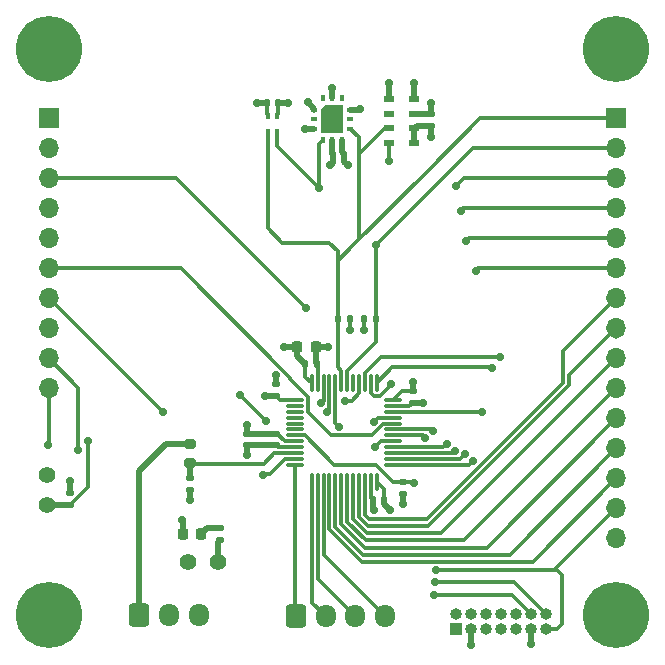
<source format=gbr>
%TF.GenerationSoftware,KiCad,Pcbnew,9.0.0*%
%TF.CreationDate,2025-02-22T18:12:42-05:00*%
%TF.ProjectId,SensorModuleBreakout,53656e73-6f72-44d6-9f64-756c65427265,rev?*%
%TF.SameCoordinates,Original*%
%TF.FileFunction,Copper,L1,Top*%
%TF.FilePolarity,Positive*%
%FSLAX46Y46*%
G04 Gerber Fmt 4.6, Leading zero omitted, Abs format (unit mm)*
G04 Created by KiCad (PCBNEW 9.0.0) date 2025-02-22 18:12:42*
%MOMM*%
%LPD*%
G01*
G04 APERTURE LIST*
G04 Aperture macros list*
%AMRoundRect*
0 Rectangle with rounded corners*
0 $1 Rounding radius*
0 $2 $3 $4 $5 $6 $7 $8 $9 X,Y pos of 4 corners*
0 Add a 4 corners polygon primitive as box body*
4,1,4,$2,$3,$4,$5,$6,$7,$8,$9,$2,$3,0*
0 Add four circle primitives for the rounded corners*
1,1,$1+$1,$2,$3*
1,1,$1+$1,$4,$5*
1,1,$1+$1,$6,$7*
1,1,$1+$1,$8,$9*
0 Add four rect primitives between the rounded corners*
20,1,$1+$1,$2,$3,$4,$5,0*
20,1,$1+$1,$4,$5,$6,$7,0*
20,1,$1+$1,$6,$7,$8,$9,0*
20,1,$1+$1,$8,$9,$2,$3,0*%
%AMFreePoly0*
4,1,14,0.903536,1.153536,0.905000,1.150000,0.905000,-1.150000,0.903536,-1.153536,0.900000,-1.155000,-0.900000,-1.155000,-0.903536,-1.153536,-0.905000,-1.150000,-0.905000,0.850000,-0.903536,0.853536,-0.603536,1.153536,-0.600000,1.155000,0.900000,1.155000,0.903536,1.153536,0.903536,1.153536,$1*%
G04 Aperture macros list end*
%TA.AperFunction,SMDPad,CuDef*%
%ADD10RoundRect,0.218750X-0.218750X-0.256250X0.218750X-0.256250X0.218750X0.256250X-0.218750X0.256250X0*%
%TD*%
%TA.AperFunction,SMDPad,CuDef*%
%ADD11R,0.950000X0.550000*%
%TD*%
%TA.AperFunction,ComponentPad*%
%ADD12RoundRect,0.250000X-0.600000X-0.725000X0.600000X-0.725000X0.600000X0.725000X-0.600000X0.725000X0*%
%TD*%
%TA.AperFunction,ComponentPad*%
%ADD13O,1.700000X1.950000*%
%TD*%
%TA.AperFunction,SMDPad,CuDef*%
%ADD14R,0.550000X0.300000*%
%TD*%
%TA.AperFunction,SMDPad,CuDef*%
%ADD15R,0.300000X0.550000*%
%TD*%
%TA.AperFunction,SMDPad,CuDef*%
%ADD16FreePoly0,0.000000*%
%TD*%
%TA.AperFunction,ComponentPad*%
%ADD17C,5.600000*%
%TD*%
%TA.AperFunction,SMDPad,CuDef*%
%ADD18RoundRect,0.075000X-0.662500X-0.075000X0.662500X-0.075000X0.662500X0.075000X-0.662500X0.075000X0*%
%TD*%
%TA.AperFunction,SMDPad,CuDef*%
%ADD19RoundRect,0.075000X-0.075000X-0.662500X0.075000X-0.662500X0.075000X0.662500X-0.075000X0.662500X0*%
%TD*%
%TA.AperFunction,SMDPad,CuDef*%
%ADD20RoundRect,0.135000X-0.185000X0.135000X-0.185000X-0.135000X0.185000X-0.135000X0.185000X0.135000X0*%
%TD*%
%TA.AperFunction,SMDPad,CuDef*%
%ADD21R,0.300000X0.500000*%
%TD*%
%TA.AperFunction,SMDPad,CuDef*%
%ADD22RoundRect,0.225000X-0.225000X-0.250000X0.225000X-0.250000X0.225000X0.250000X-0.225000X0.250000X0*%
%TD*%
%TA.AperFunction,SMDPad,CuDef*%
%ADD23RoundRect,0.140000X0.140000X0.170000X-0.140000X0.170000X-0.140000X-0.170000X0.140000X-0.170000X0*%
%TD*%
%TA.AperFunction,SMDPad,CuDef*%
%ADD24RoundRect,0.135000X-0.135000X-0.185000X0.135000X-0.185000X0.135000X0.185000X-0.135000X0.185000X0*%
%TD*%
%TA.AperFunction,SMDPad,CuDef*%
%ADD25RoundRect,0.140000X-0.170000X0.140000X-0.170000X-0.140000X0.170000X-0.140000X0.170000X0.140000X0*%
%TD*%
%TA.AperFunction,ComponentPad*%
%ADD26R,1.700000X1.700000*%
%TD*%
%TA.AperFunction,ComponentPad*%
%ADD27O,1.700000X1.700000*%
%TD*%
%TA.AperFunction,ComponentPad*%
%ADD28C,1.400000*%
%TD*%
%TA.AperFunction,SMDPad,CuDef*%
%ADD29RoundRect,0.135000X0.185000X-0.135000X0.185000X0.135000X-0.185000X0.135000X-0.185000X-0.135000X0*%
%TD*%
%TA.AperFunction,SMDPad,CuDef*%
%ADD30RoundRect,0.135000X0.135000X0.185000X-0.135000X0.185000X-0.135000X-0.185000X0.135000X-0.185000X0*%
%TD*%
%TA.AperFunction,SMDPad,CuDef*%
%ADD31RoundRect,0.200000X-0.275000X0.200000X-0.275000X-0.200000X0.275000X-0.200000X0.275000X0.200000X0*%
%TD*%
%TA.AperFunction,SMDPad,CuDef*%
%ADD32RoundRect,0.140000X-0.140000X-0.170000X0.140000X-0.170000X0.140000X0.170000X-0.140000X0.170000X0*%
%TD*%
%TA.AperFunction,SMDPad,CuDef*%
%ADD33RoundRect,0.140000X0.170000X-0.140000X0.170000X0.140000X-0.170000X0.140000X-0.170000X-0.140000X0*%
%TD*%
%TA.AperFunction,ComponentPad*%
%ADD34R,1.000000X1.000000*%
%TD*%
%TA.AperFunction,ComponentPad*%
%ADD35O,1.000000X1.000000*%
%TD*%
%TA.AperFunction,ViaPad*%
%ADD36C,0.700000*%
%TD*%
%TA.AperFunction,Conductor*%
%ADD37C,0.500000*%
%TD*%
%TA.AperFunction,Conductor*%
%ADD38C,0.300000*%
%TD*%
%TA.AperFunction,Conductor*%
%ADD39C,0.200000*%
%TD*%
G04 APERTURE END LIST*
D10*
%TO.P,D1,2,A*%
%TO.N,Net-(D1-A)*%
X118900000Y-97100000D03*
%TO.P,D1,1,K*%
%TO.N,GND*%
X117325000Y-97100000D03*
%TD*%
D11*
%TO.P,U5,1,VDD*%
%TO.N,+3V3*%
X136950000Y-64000000D03*
%TO.P,U5,2,PS*%
X136950000Y-62750000D03*
%TO.P,U5,3,GND*%
%TO.N,GND*%
X136950000Y-61500000D03*
%TO.P,U5,4,CSB*%
X136950000Y-60250000D03*
%TO.P,U5,5,CSB*%
X134800000Y-60250000D03*
%TO.P,U5,6,SDO*%
%TO.N,unconnected-(U5-SDO-Pad6)*%
X134800000Y-61500000D03*
%TO.P,U5,7,SDI/SDA*%
%TO.N,SDA*%
X134800000Y-62750000D03*
%TO.P,U5,8,SCLK*%
%TO.N,SCL*%
X134800000Y-64000000D03*
%TD*%
D12*
%TO.P,J5,1,Pin_1*%
%TO.N,CC_TX*%
X126920000Y-104075000D03*
D13*
%TO.P,J5,2,Pin_2*%
%TO.N,CC_RX*%
X129420000Y-104075000D03*
%TO.P,J5,3,Pin_3*%
%TO.N,CC_WKE*%
X131920000Y-104075000D03*
%TO.P,J5,4,Pin_4*%
%TO.N,CC_RDY*%
X134420000Y-104075000D03*
%TD*%
D14*
%TO.P,U3,1,VSS*%
%TO.N,GND*%
X128475000Y-61200000D03*
%TO.P,U3,2,RESERVED*%
%TO.N,unconnected-(U3-RESERVED-Pad2)*%
X128475000Y-62000000D03*
%TO.P,U3,3,ADDR*%
%TO.N,GND*%
X128475000Y-62800000D03*
D15*
%TO.P,U3,4,SCL*%
%TO.N,SCL*%
X129200000Y-63775000D03*
%TO.P,U3,5,VSS__1*%
%TO.N,GND*%
X130000000Y-63775000D03*
%TO.P,U3,6,VDD*%
%TO.N,+3V3*%
X130800000Y-63775000D03*
D14*
%TO.P,U3,7,SDA*%
%TO.N,SDA*%
X131525000Y-62800000D03*
%TO.P,U3,8,RESERVED__1*%
%TO.N,unconnected-(U3-RESERVED__1-Pad8)*%
X131525000Y-62000000D03*
%TO.P,U3,9,VSS__2*%
%TO.N,GND*%
X131525000Y-61200000D03*
D15*
%TO.P,U3,10,RESERVED__2*%
%TO.N,unconnected-(U3-RESERVED__2-Pad10)*%
X130800000Y-60225000D03*
%TO.P,U3,11,VSS__3*%
%TO.N,GND*%
X130000000Y-60225000D03*
%TO.P,U3,12,RESERVED__3*%
%TO.N,unconnected-(U3-RESERVED__3-Pad12)*%
X129200000Y-60225000D03*
D16*
%TO.P,U3,13,EXP*%
%TO.N,GND*%
X130000000Y-62000000D03*
%TD*%
D17*
%TO.P,H2,1,1*%
%TO.N,GND*%
X154000000Y-56000000D03*
%TD*%
D18*
%TO.P,U1,1,VBAT*%
%TO.N,+3V3*%
X126837500Y-85750000D03*
%TO.P,U1,2,PC13*%
%TO.N,unconnected-(U1-PC13-Pad2)*%
X126837500Y-86250000D03*
%TO.P,U1,3,PC14*%
%TO.N,unconnected-(U1-PC14-Pad3)*%
X126837500Y-86750000D03*
%TO.P,U1,4,PC15*%
%TO.N,unconnected-(U1-PC15-Pad4)*%
X126837500Y-87250000D03*
%TO.P,U1,5,PF0*%
%TO.N,unconnected-(U1-PF0-Pad5)*%
X126837500Y-87750000D03*
%TO.P,U1,6,PF1*%
%TO.N,unconnected-(U1-PF1-Pad6)*%
X126837500Y-88250000D03*
%TO.P,U1,7,PF2*%
%TO.N,NRST*%
X126837500Y-88750000D03*
%TO.P,U1,8,VSSA*%
%TO.N,GND*%
X126837500Y-89250000D03*
%TO.P,U1,9,VDDA*%
%TO.N,+3V3*%
X126837500Y-89750000D03*
%TO.P,U1,10,PA0*%
%TO.N,Net-(U1-PA0)*%
X126837500Y-90250000D03*
%TO.P,U1,11,PA1*%
%TO.N,PA1*%
X126837500Y-90750000D03*
%TO.P,U1,12,PA2*%
%TO.N,CC_TX*%
X126837500Y-91250000D03*
D19*
%TO.P,U1,13,PA3*%
%TO.N,CC_RX*%
X128250000Y-92662500D03*
%TO.P,U1,14,PA4*%
%TO.N,CC_WKE*%
X128750000Y-92662500D03*
%TO.P,U1,15,PA5*%
%TO.N,CC_RDY*%
X129250000Y-92662500D03*
%TO.P,U1,16,PA6*%
%TO.N,PA6*%
X129750000Y-92662500D03*
%TO.P,U1,17,PA7*%
%TO.N,PA7*%
X130250000Y-92662500D03*
%TO.P,U1,18,PB0*%
%TO.N,PB0*%
X130750000Y-92662500D03*
%TO.P,U1,19,PB1*%
%TO.N,PB1*%
X131250000Y-92662500D03*
%TO.P,U1,20,PB2*%
%TO.N,PB2*%
X131750000Y-92662500D03*
%TO.P,U1,21,PB10*%
%TO.N,PB10*%
X132250000Y-92662500D03*
%TO.P,U1,22,PB11*%
%TO.N,PB11*%
X132750000Y-92662500D03*
%TO.P,U1,23,VSS*%
%TO.N,GND*%
X133250000Y-92662500D03*
%TO.P,U1,24,VDD*%
%TO.N,+3V3*%
X133750000Y-92662500D03*
D18*
%TO.P,U1,25,PB12*%
%TO.N,PB12*%
X135162500Y-91250000D03*
%TO.P,U1,26,PB13*%
%TO.N,PB13*%
X135162500Y-90750000D03*
%TO.P,U1,27,PB14*%
%TO.N,PB14*%
X135162500Y-90250000D03*
%TO.P,U1,28,PB15*%
%TO.N,PB15*%
X135162500Y-89750000D03*
%TO.P,U1,29,PA8*%
%TO.N,PA8*%
X135162500Y-89250000D03*
%TO.P,U1,30,PA9*%
%TO.N,VCP_TX*%
X135162500Y-88750000D03*
%TO.P,U1,31,PA10*%
%TO.N,VCP_RX*%
X135162500Y-88250000D03*
%TO.P,U1,32,PA11*%
%TO.N,PA11*%
X135162500Y-87750000D03*
%TO.P,U1,33,PA12*%
%TO.N,PA12*%
X135162500Y-87250000D03*
%TO.P,U1,34,PA13*%
%TO.N,JTMS{slash}SWDIO*%
X135162500Y-86750000D03*
%TO.P,U1,35,VSS*%
%TO.N,GND*%
X135162500Y-86250000D03*
%TO.P,U1,36,VDD*%
%TO.N,+3V3*%
X135162500Y-85750000D03*
D19*
%TO.P,U1,37,PA14*%
%TO.N,JTCK_SWCLK*%
X133750000Y-84337500D03*
%TO.P,U1,38,PA15*%
%TO.N,PA15*%
X133250000Y-84337500D03*
%TO.P,U1,39,PB3*%
%TO.N,JTDO{slash}SWO*%
X132750000Y-84337500D03*
%TO.P,U1,40,PB4*%
%TO.N,PB4*%
X132250000Y-84337500D03*
%TO.P,U1,41,PB5*%
%TO.N,unconnected-(U1-PB5-Pad41)*%
X131750000Y-84337500D03*
%TO.P,U1,42,PB6*%
%TO.N,SCL*%
X131250000Y-84337500D03*
%TO.P,U1,43,PB7*%
%TO.N,SDA*%
X130750000Y-84337500D03*
%TO.P,U1,44,PF3*%
%TO.N,/BOOT0*%
X130250000Y-84337500D03*
%TO.P,U1,45,PB8*%
%TO.N,PB8*%
X129750000Y-84337500D03*
%TO.P,U1,46,PB9*%
%TO.N,PB9*%
X129250000Y-84337500D03*
%TO.P,U1,47,VSS*%
%TO.N,GND*%
X128750000Y-84337500D03*
%TO.P,U1,48,VDD*%
%TO.N,+3V3*%
X128250000Y-84337500D03*
%TD*%
D20*
%TO.P,R6,1*%
%TO.N,Net-(D1-A)*%
X120500000Y-96590000D03*
%TO.P,R6,2*%
%TO.N,Net-(JP2-A)*%
X120500000Y-97610000D03*
%TD*%
D21*
%TO.P,U2,1,SDA*%
%TO.N,SDA*%
X124525000Y-63100000D03*
%TO.P,U2,2,SCL*%
%TO.N,SCL*%
X125325000Y-63100000D03*
%TO.P,U2,3,VDD*%
%TO.N,+3V3*%
X125325000Y-61700000D03*
%TO.P,U2,4,VSS*%
%TO.N,GND*%
X124525000Y-61700000D03*
%TD*%
D22*
%TO.P,C1,1*%
%TO.N,+3V3*%
X127025000Y-81300000D03*
%TO.P,C1,2*%
%TO.N,GND*%
X128575000Y-81300000D03*
%TD*%
D17*
%TO.P,H3,1,1*%
%TO.N,GND*%
X106000000Y-104000000D03*
%TD*%
D23*
%TO.P,C4,1*%
%TO.N,+3V3*%
X134380000Y-94250000D03*
%TO.P,C4,2*%
%TO.N,GND*%
X133420000Y-94250000D03*
%TD*%
D24*
%TO.P,R2,1*%
%TO.N,+3V3*%
X132650000Y-78900000D03*
%TO.P,R2,2*%
%TO.N,SCL*%
X133670000Y-78900000D03*
%TD*%
D20*
%TO.P,R5,1*%
%TO.N,Net-(U1-PA0)*%
X117950000Y-92390000D03*
%TO.P,R5,2*%
%TO.N,GND*%
X117950000Y-93410000D03*
%TD*%
D25*
%TO.P,C12,1*%
%TO.N,NRST*%
X135950000Y-92720000D03*
%TO.P,C12,2*%
%TO.N,GND*%
X135950000Y-93680000D03*
%TD*%
D26*
%TO.P,J2,1,Pin_1*%
%TO.N,+3V3*%
X106000000Y-61920000D03*
D27*
%TO.P,J2,2,Pin_2*%
%TO.N,GND*%
X106000000Y-64460000D03*
%TO.P,J2,3,Pin_3*%
%TO.N,PB4*%
X106000000Y-67000000D03*
%TO.P,J2,4,Pin_4*%
%TO.N,PA15*%
X106000000Y-69540000D03*
%TO.P,J2,5,Pin_5*%
%TO.N,PA12*%
X106000000Y-72080000D03*
%TO.P,J2,6,Pin_6*%
%TO.N,PA11*%
X106000000Y-74620000D03*
%TO.P,J2,7,Pin_7*%
%TO.N,PB8*%
X106000000Y-77160000D03*
%TO.P,J2,8,Pin_8*%
%TO.N,PB9*%
X106000000Y-79700000D03*
%TO.P,J2,9,Pin_9*%
%TO.N,PA8*%
X106000000Y-82240000D03*
%TO.P,J2,10,Pin_10*%
%TO.N,PA1*%
X106000000Y-84780000D03*
%TD*%
D28*
%TO.P,JP2,1,A*%
%TO.N,Net-(JP2-A)*%
X120350000Y-99500000D03*
%TO.P,JP2,2,B*%
%TO.N,+3V3*%
X117810000Y-99500000D03*
%TD*%
D17*
%TO.P,H4,1,1*%
%TO.N,GND*%
X154000000Y-104000000D03*
%TD*%
D29*
%TO.P,R1,1*%
%TO.N,/BOOT0*%
X107800000Y-94660000D03*
%TO.P,R1,2*%
%TO.N,GND*%
X107800000Y-93640000D03*
%TD*%
D30*
%TO.P,R3,1*%
%TO.N,+3V3*%
X131470000Y-78900000D03*
%TO.P,R3,2*%
%TO.N,SDA*%
X130450000Y-78900000D03*
%TD*%
D31*
%TO.P,R4,1*%
%TO.N,VBAT*%
X117950000Y-89475000D03*
%TO.P,R4,2*%
%TO.N,Net-(U1-PA0)*%
X117950000Y-91125000D03*
%TD*%
D17*
%TO.P,H1,1,1*%
%TO.N,GND*%
X106000000Y-56000000D03*
%TD*%
D32*
%TO.P,C2,1*%
%TO.N,+3V3*%
X127720000Y-82700000D03*
%TO.P,C2,2*%
%TO.N,GND*%
X128680000Y-82700000D03*
%TD*%
D33*
%TO.P,C8,1*%
%TO.N,+3V3*%
X122800000Y-89580000D03*
%TO.P,C8,2*%
%TO.N,GND*%
X122800000Y-88620000D03*
%TD*%
D23*
%TO.P,C10,1*%
%TO.N,+3V3*%
X131005000Y-65000000D03*
%TO.P,C10,2*%
%TO.N,GND*%
X130045000Y-65000000D03*
%TD*%
D34*
%TO.P,STLink,1,NC*%
%TO.N,unconnected-(J1-NC-Pad1)*%
X140430000Y-105150000D03*
D35*
%TO.P,STLink,2,NC*%
%TO.N,unconnected-(J1-NC-Pad2)*%
X140430000Y-103880000D03*
%TO.P,STLink,3,VCC*%
%TO.N,+3V3*%
X141700000Y-105150000D03*
%TO.P,STLink,4,JTMS/SWDIO*%
%TO.N,JTMS{slash}SWDIO*%
X141700000Y-103880000D03*
%TO.P,STLink,5,GND*%
%TO.N,GND*%
X142970000Y-105150000D03*
%TO.P,STLink,6,JCLK/SWCLK*%
%TO.N,JTCK_SWCLK*%
X142970000Y-103880000D03*
%TO.P,STLink,7,GND*%
%TO.N,GND*%
X144240000Y-105150000D03*
%TO.P,STLink,8,JTDO/SWO*%
%TO.N,JTDO{slash}SWO*%
X144240000Y-103880000D03*
%TO.P,STLink,9,JRCLK/NC*%
%TO.N,unconnected-(J1-JRCLK{slash}NC-Pad9)*%
X145510000Y-105150000D03*
%TO.P,STLink,10,JTDI/NC*%
%TO.N,unconnected-(J1-JTDI{slash}NC-Pad10)*%
X145510000Y-103880000D03*
%TO.P,STLink,11,GNDDetect*%
%TO.N,GND*%
X146780000Y-105150000D03*
%TO.P,STLink,12,~{RST}*%
%TO.N,NRST*%
X146780000Y-103880000D03*
%TO.P,STLink,13,VCP_RX*%
%TO.N,VCP_RX*%
X148050000Y-105150000D03*
%TO.P,STLink,14,VCP_TX*%
%TO.N,VCP_TX*%
X148050000Y-103880000D03*
%TD*%
D26*
%TO.P,J3,1,Pin_1*%
%TO.N,SDA*%
X154000000Y-61920000D03*
D27*
%TO.P,J3,2,Pin_2*%
%TO.N,SCL*%
X154000000Y-64460000D03*
%TO.P,J3,3,Pin_3*%
%TO.N,PB15*%
X154000000Y-67000000D03*
%TO.P,J3,4,Pin_4*%
%TO.N,PB14*%
X154000000Y-69540000D03*
%TO.P,J3,5,Pin_5*%
%TO.N,PB13*%
X154000000Y-72080000D03*
%TO.P,J3,6,Pin_6*%
%TO.N,PB12*%
X154000000Y-74620000D03*
%TO.P,J3,7,Pin_7*%
%TO.N,PB11*%
X154000000Y-77160000D03*
%TO.P,J3,8,Pin_8*%
%TO.N,PB10*%
X154000000Y-79700000D03*
%TO.P,J3,9,Pin_9*%
%TO.N,PB2*%
X154000000Y-82240000D03*
%TO.P,J3,10,Pin_10*%
%TO.N,PB1*%
X154000000Y-84780000D03*
%TO.P,J3,11,Pin_11*%
%TO.N,PB0*%
X154000000Y-87320000D03*
%TO.P,J3,12,Pin_12*%
%TO.N,PA7*%
X154000000Y-89860000D03*
%TO.P,J3,13,Pin_13*%
%TO.N,PA6*%
X154000000Y-92400000D03*
%TO.P,J3,14,Pin_14*%
%TO.N,VCP_RX*%
X154000000Y-94940000D03*
%TO.P,J3,15,Pin_15*%
%TO.N,VCP_TX*%
X154000000Y-97480000D03*
%TD*%
D12*
%TO.P,J4,1,Pin_1*%
%TO.N,VBAT*%
X113670000Y-104000000D03*
D13*
%TO.P,J4,2,Pin_2*%
%TO.N,GND*%
X116170000Y-104000000D03*
%TO.P,J4,3,Pin_3*%
%TO.N,+3V3*%
X118670000Y-104000000D03*
%TD*%
D28*
%TO.P,JP1,1,A*%
%TO.N,+3V3*%
X105850000Y-92100000D03*
%TO.P,JP1,2,B*%
%TO.N,/BOOT0*%
X105850000Y-94640000D03*
%TD*%
D25*
%TO.P,C3,1*%
%TO.N,+3V3*%
X136800000Y-85020000D03*
%TO.P,C3,2*%
%TO.N,GND*%
X136800000Y-85980000D03*
%TD*%
D33*
%TO.P,C7,1*%
%TO.N,+3V3*%
X124000000Y-89580000D03*
%TO.P,C7,2*%
%TO.N,GND*%
X124000000Y-88620000D03*
%TD*%
%TO.P,C11,1*%
%TO.N,+3V3*%
X138325000Y-62527500D03*
%TO.P,C11,2*%
%TO.N,GND*%
X138325000Y-61567500D03*
%TD*%
%TO.P,C6,1*%
%TO.N,+3V3*%
X125200000Y-89580000D03*
%TO.P,C6,2*%
%TO.N,GND*%
X125200000Y-88620000D03*
%TD*%
%TO.P,C5,1*%
%TO.N,+3V3*%
X125200000Y-85380000D03*
%TO.P,C5,2*%
%TO.N,GND*%
X125200000Y-84420000D03*
%TD*%
D23*
%TO.P,C9,1*%
%TO.N,+3V3*%
X125405000Y-60600000D03*
%TO.P,C9,2*%
%TO.N,GND*%
X124445000Y-60600000D03*
%TD*%
D36*
%TO.N,GND*%
X134800000Y-58950000D03*
X136950000Y-58900000D03*
X138350000Y-60650000D03*
%TO.N,+3V3*%
X138350000Y-63500000D03*
%TO.N,SCL*%
X134800000Y-65550000D03*
X133700000Y-72650000D03*
X128900000Y-67800000D03*
%TO.N,PB4*%
X127750000Y-77950000D03*
%TO.N,+3V3*%
X126250000Y-60600000D03*
%TO.N,GND*%
X127900000Y-60550000D03*
X117300000Y-95900000D03*
%TO.N,+3V3*%
X134850000Y-95050000D03*
X136800000Y-84200000D03*
X124300000Y-85400000D03*
X131300000Y-65900000D03*
X131500000Y-79850000D03*
X141700000Y-106500000D03*
X122800000Y-90450000D03*
X125900000Y-81300000D03*
X132650000Y-79800000D03*
%TO.N,GND*%
X130000000Y-62000000D03*
X137650000Y-86000000D03*
X133550000Y-95050000D03*
X129800000Y-65900000D03*
X125200000Y-83600000D03*
X146800000Y-106400000D03*
X123600000Y-60600000D03*
X122800000Y-87850000D03*
X135950000Y-94550000D03*
X117950000Y-94250000D03*
X130000000Y-59300000D03*
X127650000Y-62800000D03*
X132350000Y-61150000D03*
X107800000Y-92600000D03*
X129650000Y-81300000D03*
%TO.N,VCP_TX*%
X137850000Y-88950000D03*
X138700000Y-101200000D03*
%TO.N,JTDO{slash}SWO*%
X144200000Y-82150000D03*
%TO.N,JTCK_SWCLK*%
X143500000Y-83050000D03*
%TO.N,JTMS{slash}SWDIO*%
X142700000Y-86750000D03*
%TO.N,NRST*%
X138600000Y-102300000D03*
X136950000Y-92800000D03*
%TO.N,VCP_RX*%
X138513440Y-88341846D03*
X138750000Y-100150000D03*
%TO.N,PA15*%
X135000000Y-84400000D03*
%TO.N,PB15*%
X140500000Y-67650000D03*
X139700000Y-89450000D03*
%TO.N,PB13*%
X141221166Y-90369362D03*
X141350000Y-72300000D03*
%TO.N,PB14*%
X140850000Y-69750000D03*
X140387049Y-90031350D03*
%TO.N,PB12*%
X141905106Y-90954367D03*
X142150000Y-74800000D03*
%TO.N,PA8*%
X133600000Y-89750000D03*
X108500000Y-90000000D03*
%TO.N,PA12*%
X122150000Y-85300000D03*
X124400000Y-87550000D03*
X133490965Y-87590965D03*
%TO.N,PB9*%
X129050000Y-86000000D03*
%TO.N,PB8*%
X115650000Y-86800000D03*
X129533189Y-86759297D03*
%TO.N,PA1*%
X124150000Y-92100000D03*
X105950000Y-89550000D03*
%TO.N,PB4*%
X131050000Y-85800000D03*
%TO.N,/BOOT0*%
X130600000Y-88050000D03*
X109350000Y-89250000D03*
%TD*%
D37*
%TO.N,GND*%
X134800000Y-60250000D02*
X134800000Y-58950000D01*
X136950000Y-60250000D02*
X136950000Y-58900000D01*
X138325000Y-60675000D02*
X138350000Y-60650000D01*
X138325000Y-61567500D02*
X138325000Y-60675000D01*
%TO.N,+3V3*%
X138325000Y-63475000D02*
X138350000Y-63500000D01*
X138325000Y-62527500D02*
X138325000Y-63475000D01*
X136950000Y-62750000D02*
X136950000Y-64000000D01*
X137172500Y-62527500D02*
X136950000Y-62750000D01*
X138325000Y-62527500D02*
X137172500Y-62527500D01*
%TO.N,GND*%
X137017500Y-61567500D02*
X136950000Y-61500000D01*
X138325000Y-61567500D02*
X137017500Y-61567500D01*
D38*
%TO.N,SCL*%
X134800000Y-65550000D02*
X134800000Y-64000000D01*
%TO.N,SDA*%
X134450000Y-62750000D02*
X134800000Y-62750000D01*
X132250000Y-64950000D02*
X134450000Y-62750000D01*
X132250000Y-64950000D02*
X132250000Y-63525000D01*
%TO.N,SCL*%
X154000000Y-64460000D02*
X141890000Y-64460000D01*
X141890000Y-64460000D02*
X133700000Y-72650000D01*
X125325000Y-64225000D02*
X128900000Y-67800000D01*
X125325000Y-63100000D02*
X125325000Y-64225000D01*
X128900000Y-64075000D02*
X129200000Y-63775000D01*
X128900000Y-67800000D02*
X128900000Y-64075000D01*
X133670000Y-72680000D02*
X133700000Y-72650000D01*
X133670000Y-78900000D02*
X133670000Y-72680000D01*
%TO.N,SDA*%
X132250000Y-63525000D02*
X131525000Y-62800000D01*
X132250000Y-72150000D02*
X132250000Y-64950000D01*
X131675000Y-72725000D02*
X132250000Y-72150000D01*
X131675000Y-72725000D02*
X130450000Y-73950000D01*
X130450000Y-73950000D02*
X130450000Y-74800000D01*
X138075000Y-66325000D02*
X131675000Y-72725000D01*
X130450000Y-74800000D02*
X130450000Y-73150000D01*
%TO.N,PB4*%
X116800000Y-67000000D02*
X106000000Y-67000000D01*
X127750000Y-77950000D02*
X116800000Y-67000000D01*
%TO.N,GND*%
X124445000Y-61506454D02*
X124525000Y-61586454D01*
X124445000Y-60600000D02*
X124445000Y-61506454D01*
%TO.N,+3V3*%
X125405000Y-61506454D02*
X125325000Y-61586454D01*
X125405000Y-60600000D02*
X125405000Y-61506454D01*
D37*
X125405000Y-60600000D02*
X126250000Y-60600000D01*
X130800000Y-64795000D02*
X131005000Y-65000000D01*
X130800000Y-63775000D02*
X130800000Y-64795000D01*
%TO.N,GND*%
X130000000Y-64955000D02*
X130045000Y-65000000D01*
X130000000Y-63775000D02*
X130000000Y-64955000D01*
X128475000Y-62800000D02*
X127650000Y-62800000D01*
X132300000Y-61200000D02*
X132350000Y-61150000D01*
X131525000Y-61200000D02*
X132300000Y-61200000D01*
X130000000Y-60225000D02*
X130000000Y-59300000D01*
X128475000Y-61125000D02*
X127900000Y-60550000D01*
X128475000Y-61200000D02*
X128475000Y-61125000D01*
X117325000Y-95925000D02*
X117300000Y-95900000D01*
X117325000Y-97100000D02*
X117325000Y-95925000D01*
%TO.N,Net-(D1-A)*%
X119410000Y-96590000D02*
X118900000Y-97100000D01*
X120500000Y-96590000D02*
X119410000Y-96590000D01*
D38*
%TO.N,SDA*%
X142480000Y-61920000D02*
X138075000Y-66325000D01*
X154000000Y-61920000D02*
X142480000Y-61920000D01*
D37*
%TO.N,+3V3*%
X131005000Y-65000000D02*
X131005000Y-65605000D01*
D38*
X134380000Y-93292500D02*
X134380000Y-94250000D01*
X133750000Y-92662500D02*
X134380000Y-93292500D01*
D37*
X136800000Y-85020000D02*
X136800000Y-84200000D01*
D38*
X132650000Y-78900000D02*
X132650000Y-79800000D01*
X125200000Y-89580000D02*
X125370000Y-89750000D01*
D37*
X127025000Y-82005000D02*
X127720000Y-82700000D01*
D38*
X125570000Y-85750000D02*
X125200000Y-85380000D01*
D37*
X131005000Y-65605000D02*
X131300000Y-65900000D01*
X125200000Y-89580000D02*
X124000000Y-89580000D01*
X134380000Y-94250000D02*
X134380000Y-94580000D01*
X127025000Y-81300000D02*
X125900000Y-81300000D01*
D38*
X131470000Y-78900000D02*
X131470000Y-79820000D01*
D37*
X134380000Y-94580000D02*
X134850000Y-95050000D01*
D38*
X128250000Y-84337500D02*
X127720000Y-83807500D01*
X135162500Y-85750000D02*
X135892500Y-85020000D01*
X125370000Y-89750000D02*
X126837500Y-89750000D01*
X126837500Y-85750000D02*
X125570000Y-85750000D01*
D37*
X127025000Y-81300000D02*
X127025000Y-82005000D01*
D38*
X135892500Y-85020000D02*
X136800000Y-85020000D01*
D37*
X122800000Y-89580000D02*
X122800000Y-90450000D01*
D38*
X127720000Y-83807500D02*
X127720000Y-82700000D01*
X131470000Y-79820000D02*
X131500000Y-79850000D01*
D37*
X141700000Y-105150000D02*
X141700000Y-106500000D01*
X124000000Y-89580000D02*
X122800000Y-89580000D01*
X124320000Y-85380000D02*
X124300000Y-85400000D01*
X125200000Y-85380000D02*
X124320000Y-85380000D01*
D38*
%TO.N,GND*%
X128680000Y-82700000D02*
X128750000Y-82770000D01*
D37*
X130045000Y-65655000D02*
X129800000Y-65900000D01*
D38*
X133250000Y-92662500D02*
X133250000Y-94080000D01*
D37*
X133420000Y-94920000D02*
X133550000Y-95050000D01*
D38*
X125950000Y-89250000D02*
X126837500Y-89250000D01*
D37*
X117950000Y-93410000D02*
X117950000Y-94250000D01*
X128575000Y-81300000D02*
X129650000Y-81300000D01*
X136800000Y-85980000D02*
X137630000Y-85980000D01*
X133420000Y-94250000D02*
X133420000Y-94920000D01*
D38*
X136530000Y-86250000D02*
X136800000Y-85980000D01*
D37*
X128575000Y-82595000D02*
X128680000Y-82700000D01*
D38*
X133250000Y-94080000D02*
X133420000Y-94250000D01*
D37*
X137630000Y-85980000D02*
X137650000Y-86000000D01*
X122800000Y-88620000D02*
X124000000Y-88620000D01*
D38*
X125200000Y-88620000D02*
X125320000Y-88620000D01*
D37*
X107800000Y-93640000D02*
X107800000Y-92600000D01*
D38*
X135162500Y-86250000D02*
X136530000Y-86250000D01*
X125320000Y-88620000D02*
X125950000Y-89250000D01*
D37*
X135950000Y-93680000D02*
X135950000Y-94550000D01*
X128575000Y-81300000D02*
X128575000Y-82595000D01*
X124000000Y-88620000D02*
X125200000Y-88620000D01*
X122800000Y-88620000D02*
X122800000Y-87850000D01*
X125200000Y-84420000D02*
X125200000Y-83600000D01*
X130045000Y-65000000D02*
X130045000Y-65655000D01*
D38*
X128750000Y-82770000D02*
X128750000Y-84337500D01*
D37*
X146780000Y-105150000D02*
X146780000Y-106380000D01*
X146780000Y-106380000D02*
X146800000Y-106400000D01*
%TO.N,VBAT*%
X113670000Y-104000000D02*
X113670000Y-91730000D01*
X113670000Y-91730000D02*
X115925000Y-89475000D01*
X115925000Y-89475000D02*
X117950000Y-89475000D01*
D38*
%TO.N,VCP_TX*%
X138700000Y-101200000D02*
X145370000Y-101200000D01*
X145370000Y-101200000D02*
X148050000Y-103880000D01*
X135162500Y-88750000D02*
X137650000Y-88750000D01*
X137650000Y-88750000D02*
X137850000Y-88950000D01*
%TO.N,JTDO{slash}SWO*%
X132750000Y-83496880D02*
X132750000Y-84337500D01*
X144250000Y-103870000D02*
X144240000Y-103880000D01*
X134146880Y-82100000D02*
X132750000Y-83496880D01*
X144150000Y-82100000D02*
X144200000Y-82150000D01*
X134146880Y-82100000D02*
X144150000Y-82100000D01*
%TO.N,JTCK_SWCLK*%
X135087500Y-83000000D02*
X143450000Y-83000000D01*
X135087500Y-83000000D02*
X133750000Y-84337500D01*
X143000000Y-103850000D02*
X142970000Y-103880000D01*
X143450000Y-83000000D02*
X143500000Y-83050000D01*
%TO.N,JTMS{slash}SWDIO*%
X139350000Y-86750000D02*
X142700000Y-86750000D01*
X139350000Y-86750000D02*
X135162500Y-86750000D01*
%TO.N,NRST*%
X126837500Y-88750000D02*
X127678120Y-88750000D01*
X135148120Y-92720000D02*
X135950000Y-92720000D01*
X136870000Y-92720000D02*
X136950000Y-92800000D01*
X138600000Y-102300000D02*
X145200000Y-102300000D01*
X133678120Y-91250000D02*
X135148120Y-92720000D01*
X130178120Y-91250000D02*
X133678120Y-91250000D01*
X145200000Y-102300000D02*
X146780000Y-103880000D01*
X135950000Y-92720000D02*
X136870000Y-92720000D01*
X127678120Y-88750000D02*
X130178120Y-91250000D01*
%TO.N,VCP_RX*%
X149450000Y-104700000D02*
X149000000Y-105150000D01*
X138750000Y-100150000D02*
X148790000Y-100150000D01*
X148790000Y-100150000D02*
X149000000Y-100150000D01*
X138421594Y-88250000D02*
X138513440Y-88341846D01*
X135162500Y-88250000D02*
X138421594Y-88250000D01*
X149450000Y-100600000D02*
X149450000Y-104700000D01*
X149000000Y-105150000D02*
X148050000Y-105150000D01*
X149000000Y-100150000D02*
X149450000Y-100600000D01*
X148790000Y-100150000D02*
X154000000Y-94940000D01*
D39*
%TO.N,SCL*%
X125325000Y-63200000D02*
X125325000Y-63100000D01*
D38*
X131250000Y-83289774D02*
X133670000Y-80869774D01*
X133670000Y-80869774D02*
X133670000Y-78900000D01*
X131250000Y-84337500D02*
X131250000Y-83289774D01*
%TO.N,SDA*%
X130750000Y-84337500D02*
X130750000Y-83300000D01*
X129750000Y-72450000D02*
X125750000Y-72450000D01*
X130450000Y-78900000D02*
X130450000Y-74800000D01*
X130450000Y-73150000D02*
X129750000Y-72450000D01*
X125750000Y-72450000D02*
X124525000Y-71225000D01*
X130450000Y-83000000D02*
X130450000Y-78900000D01*
X124525000Y-71225000D02*
X124525000Y-63100000D01*
X130750000Y-83300000D02*
X130450000Y-83000000D01*
%TO.N,PA11*%
X126441274Y-83851324D02*
X117209950Y-74620000D01*
X133321880Y-88750000D02*
X129875000Y-88750000D01*
X117209950Y-74620000D02*
X106000000Y-74620000D01*
X126441274Y-84013154D02*
X126441274Y-83851324D01*
X127925000Y-86800000D02*
X127925000Y-85496880D01*
X127925000Y-85496880D02*
X126441274Y-84013154D01*
X129875000Y-88750000D02*
X127925000Y-86800000D01*
X135162500Y-87750000D02*
X134321880Y-87750000D01*
X134321880Y-87750000D02*
X133321880Y-88750000D01*
%TO.N,PA15*%
X133496880Y-85425000D02*
X134025000Y-85425000D01*
X133250000Y-85178120D02*
X133496880Y-85425000D01*
X134025000Y-85425000D02*
X135000000Y-84450000D01*
X133250000Y-84337500D02*
X133250000Y-85178120D01*
X135000000Y-84450000D02*
X135000000Y-84400000D01*
%TO.N,PA7*%
X130250000Y-92662500D02*
X130250000Y-96485534D01*
X132614466Y-98850000D02*
X145010000Y-98850000D01*
X130250000Y-96485534D02*
X132614466Y-98850000D01*
X145010000Y-98850000D02*
X154000000Y-89860000D01*
%TO.N,PB0*%
X130750000Y-96278427D02*
X131978679Y-97507107D01*
X143070000Y-98250000D02*
X154000000Y-87320000D01*
X131978679Y-97507107D02*
X132721572Y-98250000D01*
X132721572Y-98250000D02*
X143070000Y-98250000D01*
X130750000Y-92662500D02*
X130750000Y-96278427D01*
%TO.N,PB2*%
X131750000Y-92662500D02*
X131750000Y-95864214D01*
X139190000Y-97050000D02*
X154000000Y-82240000D01*
X132935786Y-97050000D02*
X139190000Y-97050000D01*
X131750000Y-95864214D02*
X132935786Y-97050000D01*
%TO.N,PB10*%
X154000000Y-80400000D02*
X154000000Y-79700000D01*
X132250000Y-95657107D02*
X133042893Y-96450000D01*
X132250000Y-92662500D02*
X132250000Y-95657107D01*
X133042893Y-96450000D02*
X138106529Y-96450000D01*
X138106529Y-96450000D02*
X150050000Y-84506529D01*
X150050000Y-84506529D02*
X150050000Y-83650000D01*
X150050000Y-83650000D02*
X154000000Y-79700000D01*
%TO.N,PB1*%
X141130000Y-97650000D02*
X154000000Y-84780000D01*
X132828679Y-97650000D02*
X141130000Y-97650000D01*
X131250000Y-96071321D02*
X132828679Y-97650000D01*
X131250000Y-92662500D02*
X131250000Y-96071321D01*
%TO.N,PA6*%
X129750000Y-96692641D02*
X132507359Y-99450000D01*
X132507359Y-99450000D02*
X146950000Y-99450000D01*
X129750000Y-92662500D02*
X129750000Y-96692641D01*
X146950000Y-99450000D02*
X154000000Y-92400000D01*
%TO.N,PB11*%
X132750000Y-95450000D02*
X133100000Y-95800000D01*
X133100000Y-95800000D02*
X138049423Y-95800000D01*
X149550000Y-81610000D02*
X154000000Y-77160000D01*
X132750000Y-92662500D02*
X132750000Y-95450000D01*
X149550000Y-84299423D02*
X149550000Y-81610000D01*
X138049423Y-95800000D02*
X149550000Y-84299423D01*
%TO.N,PB15*%
X140500000Y-67650000D02*
X141150000Y-67000000D01*
X139400000Y-89750000D02*
X139700000Y-89450000D01*
X135162500Y-89750000D02*
X139400000Y-89750000D01*
X141150000Y-67000000D02*
X154000000Y-67000000D01*
%TO.N,PB13*%
X135162500Y-90750000D02*
X140840528Y-90750000D01*
X141350000Y-72300000D02*
X141570000Y-72080000D01*
X141570000Y-72080000D02*
X154000000Y-72080000D01*
X140840528Y-90750000D02*
X141221166Y-90369362D01*
%TO.N,PB14*%
X140850000Y-69750000D02*
X141060000Y-69540000D01*
X140168399Y-90250000D02*
X140387049Y-90031350D01*
X141060000Y-69540000D02*
X154000000Y-69540000D01*
X135162500Y-90250000D02*
X140168399Y-90250000D01*
%TO.N,PB12*%
X142330000Y-74620000D02*
X154000000Y-74620000D01*
X142150000Y-74800000D02*
X142330000Y-74620000D01*
X141609473Y-91250000D02*
X141905106Y-90954367D01*
X135162500Y-91250000D02*
X141609473Y-91250000D01*
%TO.N,PA8*%
X135162500Y-89250000D02*
X134100000Y-89250000D01*
X108500000Y-84740000D02*
X106000000Y-82240000D01*
X134100000Y-89250000D02*
X133600000Y-89750000D01*
X108500000Y-90000000D02*
X108500000Y-84740000D01*
%TO.N,PA12*%
X124400000Y-87550000D02*
X122150000Y-85300000D01*
X133831930Y-87250000D02*
X133490965Y-87590965D01*
X135162500Y-87250000D02*
X133831930Y-87250000D01*
%TO.N,PB9*%
X129250000Y-85800000D02*
X129050000Y-86000000D01*
X129250000Y-84337500D02*
X129250000Y-85800000D01*
X106150000Y-79700000D02*
X106000000Y-79700000D01*
%TO.N,PB8*%
X115640000Y-86800000D02*
X115650000Y-86800000D01*
X129750000Y-86542486D02*
X129533189Y-86759297D01*
X129750000Y-84337500D02*
X129750000Y-86542486D01*
X115640000Y-86800000D02*
X106000000Y-77160000D01*
%TO.N,PA1*%
X124200000Y-92050000D02*
X124150000Y-92100000D01*
X124696880Y-92050000D02*
X124200000Y-92050000D01*
X126837500Y-90750000D02*
X125996880Y-90750000D01*
X105950000Y-89550000D02*
X106000000Y-89500000D01*
X106000000Y-89500000D02*
X106000000Y-84780000D01*
X125996880Y-90750000D02*
X124696880Y-92050000D01*
%TO.N,PB4*%
X131628120Y-85800000D02*
X131050000Y-85800000D01*
X132250000Y-85178120D02*
X131628120Y-85800000D01*
X132250000Y-84337500D02*
X132250000Y-85178120D01*
%TO.N,/BOOT0*%
X107800000Y-94660000D02*
X109350000Y-93110000D01*
D37*
X105850000Y-94640000D02*
X107780000Y-94640000D01*
X107780000Y-94640000D02*
X107800000Y-94660000D01*
D38*
X130250000Y-87700000D02*
X130600000Y-88050000D01*
X130250000Y-84337500D02*
X130250000Y-87700000D01*
X109350000Y-93110000D02*
X109350000Y-89250000D01*
D37*
%TO.N,Net-(JP2-A)*%
X120350000Y-99500000D02*
X120350000Y-97760000D01*
X120350000Y-97760000D02*
X120500000Y-97610000D01*
D38*
%TO.N,CC_TX*%
X126837500Y-103992500D02*
X126920000Y-104075000D01*
X126837500Y-91250000D02*
X126837500Y-103992500D01*
%TO.N,CC_RX*%
X128250000Y-92662500D02*
X128250000Y-102905000D01*
X128250000Y-102905000D02*
X129420000Y-104075000D01*
%TO.N,CC_WKE*%
X128750000Y-92662500D02*
X128750000Y-100905000D01*
X128750000Y-100905000D02*
X131920000Y-104075000D01*
%TO.N,CC_RDY*%
X129250000Y-92662500D02*
X129250000Y-98905000D01*
X129250000Y-98905000D02*
X134420000Y-104075000D01*
%TO.N,Net-(U1-PA0)*%
X124172440Y-91151000D02*
X117976000Y-91151000D01*
X126837500Y-90250000D02*
X125073440Y-90250000D01*
X117976000Y-91151000D02*
X117950000Y-91125000D01*
X125073440Y-90250000D02*
X124172440Y-91151000D01*
D37*
X117950000Y-91125000D02*
X117950000Y-92390000D01*
%TO.N,GND*%
X123600000Y-60600000D02*
X124445000Y-60600000D01*
%TD*%
M02*

</source>
